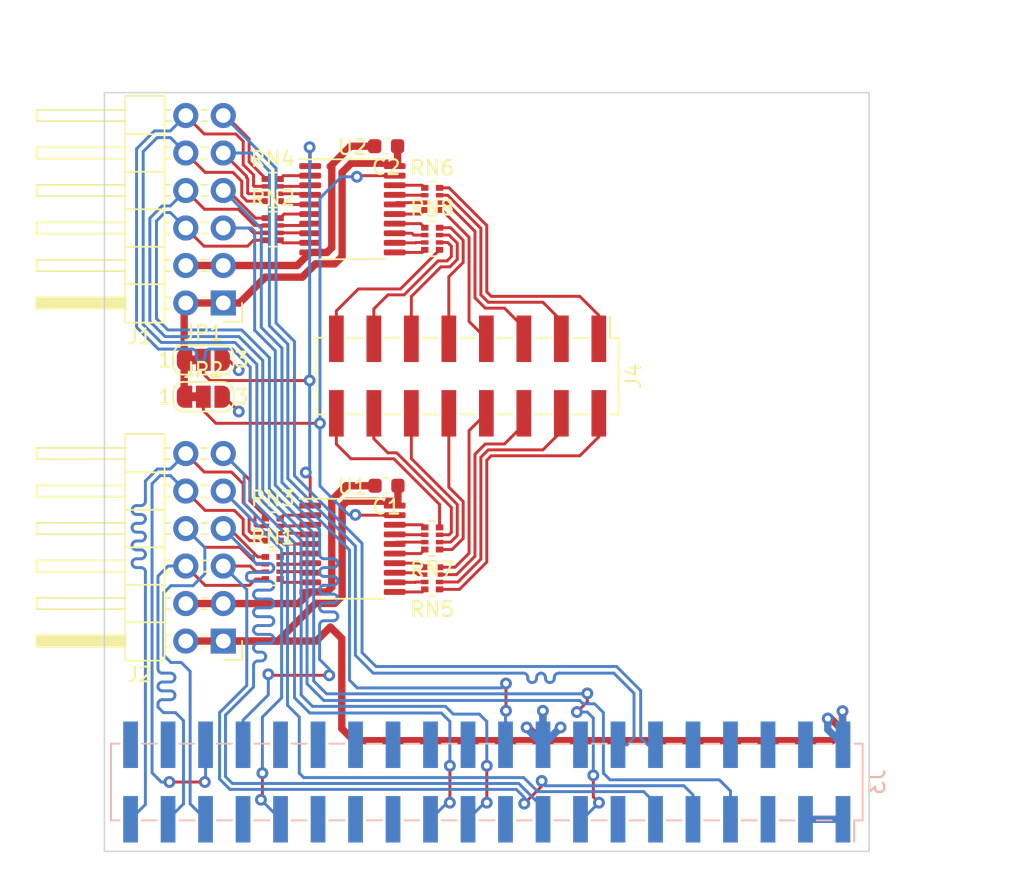
<source format=kicad_pcb>
(kicad_pcb (version 20211014) (generator pcbnew)
  (layers (0 "F.Cu" signal) (31 "B.Cu" signal) (34 "B.Paste" user) (35 "F.Paste" user) (36 "B.SilkS" user "B.Silkscreen") (37 "F.SilkS" user "F.Silkscreen") (38 "B.Mask" user) (39 "F.Mask" user) (44 "Edge.Cuts" user))
  (net 0 "")
  (net 1 "GND")
  (net 2 "+3V3")
  (net 3 "+5V")
  (net 4 "/RPIO_2")
  (net 5 "/RPIO_3")
  (net 6 "/RPIO_4")
  (net 7 "/RPIO_7")
  (net 8 "/RPIO_0")
  (net 9 "/RPIO_1")
  (net 10 "/RPIO_5")
  (net 11 "/RPIO_6")
  (net 12 "/IO_L15_T2_DQS_13-")
  (net 13 "/IO_L15_T2_DQS_13+")
  (net 14 "/IO_L11_T1_SRCC_13-")
  (net 15 "/IO_L18_T2_34-")
  (net 16 "/IO_L11_T1_SRCC_13+")
  (net 17 "/IO_L18_T2_34+")
  (net 18 "/IO_L14_T2_SRCC_13+")
  (net 19 "/IO_L17_T2_34+")
  (net 20 "/IO_L14_T2_SRCC_13-")
  (net 21 "/IO_L17_T2_34-")
  (net 22 "/IO_L12_T1_MRCC_34+")
  (net 23 "/IO_L13_T2_MRCC_13+")
  (net 24 "/IO_L12_T1_MRCC_34-")
  (net 25 "/IO_L13_T2_MRCC_13-")
  (net 26 "/IO_L17_T2_13-")
  (net 27 "/IO_L21_T3_DQS_13-")
  (net 28 "/IO_L16_T2_13+")
  (net 29 "/IO_L16_T2_13-")
  (net 30 "/IO_L15_T2_DQS_AD12_35-")
  (net 31 "/IO_L15_T2_DQS_AD12_35+")
  (net 32 "/XCVR_DIR")
  (net 33 "/XCVR_EN")
  (net 34 "Net-(U1-Pad9)")
  (net 35 "Net-(U1-Pad8)")
  (net 36 "Net-(U1-Pad7)")
  (net 37 "Net-(U1-Pad6)")
  (net 38 "Net-(U2-Pad9)")
  (net 39 "Net-(U2-Pad8)")
  (net 40 "Net-(U2-Pad7)")
  (net 41 "Net-(U2-Pad6)")
  (net 42 "Net-(U1-Pad5)")
  (net 43 "Net-(U1-Pad4)")
  (net 44 "Net-(U1-Pad3)")
  (net 45 "Net-(U1-Pad2)")
  (net 46 "Net-(U2-Pad5)")
  (net 47 "Net-(U2-Pad4)")
  (net 48 "Net-(U2-Pad3)")
  (net 49 "Net-(U2-Pad2)")
  (net 50 "Net-(J4-Pad1)")
  (net 51 "Net-(J4-Pad2)")
  (net 52 "Net-(J4-Pad3)")
  (net 53 "Net-(J4-Pad4)")
  (net 54 "Net-(J4-Pad5)")
  (net 55 "Net-(J4-Pad6)")
  (net 56 "Net-(J4-Pad7)")
  (net 57 "Net-(J4-Pad8)")
  (net 58 "Net-(J4-Pad9)")
  (net 59 "Net-(J4-Pad10)")
  (net 60 "Net-(J4-Pad11)")
  (net 61 "Net-(J4-Pad12)")
  (net 62 "Net-(J4-Pad13)")
  (net 63 "Net-(J4-Pad14)")
  (net 64 "Net-(J4-Pad15)")
  (net 65 "Net-(J4-Pad16)")
  (net 66 "Net-(U1-Pad14)")
  (net 67 "Net-(U1-Pad13)")
  (net 68 "Net-(U1-Pad12)")
  (net 69 "Net-(U1-Pad11)")
  (net 70 "Net-(U2-Pad18)")
  (net 71 "Net-(U2-Pad17)")
  (net 72 "Net-(U2-Pad16)")
  (net 73 "Net-(U2-Pad15)")
  (net 74 "Net-(U1-Pad18)")
  (net 75 "Net-(U1-Pad17)")
  (net 76 "Net-(U1-Pad16)")
  (net 77 "Net-(U1-Pad15)")
  (net 78 "Net-(U2-Pad14)")
  (net 79 "Net-(U2-Pad13)")
  (net 80 "Net-(U2-Pad12)")
  (net 81 "Net-(U2-Pad11)")
  (footprint "Capacitor_SMD:C_0603_1608Metric" (layer "F.Cu") (at 169.38 79.03 180)
    (fp_text reference "C2")
    (fp_text value "100nF")
  )
  (footprint "Jumper:SolderJumper-3_P1.3mm_Bridged12_RoundedPad1.0x1.5mm_NumberLabels" (layer "F.Cu") (at 157 96)
    (fp_text reference "JP2")
    (fp_text value "SET EN")
  )
  (footprint "Package_SO:TSSOP-20_4.4x6.5mm_P0.65mm" (layer "F.Cu") (at 167.1 83.3)
    (fp_text reference "U2")
    (fp_text value "74HC245")
  )
  (footprint "Connector_PinHeader_2.54mm:PinHeader_2x06_P2.54mm_Horizontal" (layer "F.Cu") (at 158.35 112.55 180)
    (fp_text reference "J2")
    (fp_text value "PMOD_L")
  )
  (footprint "Resistor_SMD:R_Array_Convex_4x0402" (layer "F.Cu") (at 161.7 107.6)
    (fp_text reference "RN1")
    (fp_text value "R_Pack04")
  )
  (footprint "Package_SO:TSSOP-20_4.4x6.5mm_P0.65mm" (layer "F.Cu") (at 167.1 106.3)
    (fp_text reference "U1")
    (fp_text value "74HC245")
  )
  (footprint "Resistor_SMD:R_Array_Convex_4x0402" (layer "F.Cu") (at 161.7 84.65)
    (fp_text reference "RN2")
    (fp_text value "R_Pack04")
  )
  (footprint "Connector_PinHeader_2.54mm:PinHeader_2x06_P2.54mm_Horizontal" (layer "F.Cu") (at 158.35 89.65 180)
    (fp_text reference "J1")
    (fp_text value "PMOD_U")
  )
  (footprint "Connector_PinHeader_2.54mm:PinHeader_2x08_P2.54mm_Vertical_SMD" (layer "F.Cu") (at 174.9 94.6 -90)
    (fp_text reference "J4")
    (fp_text value "HUB75")
  )
  (footprint "Resistor_SMD:R_Array_Convex_4x0402" (layer "F.Cu") (at 172.5 85.3)
    (fp_text reference "RN8")
    (fp_text value "R_Pack04")
  )
  (footprint "Resistor_SMD:R_Array_Convex_4x0402" (layer "F.Cu") (at 161.7 82)
    (fp_text reference "RN4")
    (fp_text value "R_Pack04")
  )
  (footprint "Resistor_SMD:R_Array_Convex_4x0402" (layer "F.Cu") (at 172.5 82.6)
    (fp_text reference "RN6")
    (fp_text value "R_Pack04")
  )
  (footprint "Resistor_SMD:R_Array_Convex_4x0402" (layer "F.Cu") (at 172.5 108.3 180)
    (fp_text reference "RN5")
    (fp_text value "R_Pack04")
  )
  (footprint "Jumper:SolderJumper-3_P1.3mm_Bridged12_RoundedPad1.0x1.5mm_NumberLabels" (layer "F.Cu") (at 157 93.5)
    (fp_text reference "JP1")
    (fp_text value "SET DIR")
  )
  (footprint "Resistor_SMD:R_Array_Convex_4x0402" (layer "F.Cu") (at 161.7 105)
    (fp_text reference "RN3")
    (fp_text value "R_Pack04")
  )
  (footprint "Resistor_SMD:R_Array_Convex_4x0402" (layer "F.Cu") (at 172.5 105.6 180)
    (fp_text reference "RN7")
    (fp_text value "R_Pack04")
  )
  (footprint "Capacitor_SMD:C_0603_1608Metric" (layer "F.Cu") (at 169.405 102.03 180)
    (fp_text reference "C1")
    (fp_text value "100nF")
  )
  (footprint "Connector_PinHeader_2.54mm:PinHeader_2x20_P2.54mm_Vertical_SMD" (layer "B.Cu") (at 176.2 122.1 90)
    (fp_text reference "J3")
    (fp_text value "RPI_EXT_SMD")
  )
  (gr_line (start 202.1 126.8) (end 202.1 75.4) (layer "Edge.Cuts") (width 0.1))
  (gr_line (start 150.3 75.4) (end 150.3 126.8) (layer "Edge.Cuts") (width 0.1))
  (gr_line (start 150.3 126.8) (end 202.1 126.8) (layer "Edge.Cuts") (width 0.1))
  (gr_line (start 202.1 75.4) (end 150.3 75.4) (layer "Edge.Cuts") (width 0.1))
  (segment (start 164.2375 86.225) (end 165.375 86.225) (width 0.5) (layer "F.Cu") (net 1))
  (segment (start 158.692556 93.5) (end 159.396278 94.203722) (width 0.2) (layer "F.Cu") (net 1))
  (segment (start 166.97 79.03) (end 168.605 79.03) (width 0.5) (layer "F.Cu") (net 1))
  (segment (start 155.81 110.01) (end 158.35 110.01) (width 0.2) (layer "F.Cu") (net 1))
  (segment (start 165.375 86.225) (end 165.7 85.9) (width 0.5) (layer "F.Cu") (net 1))
  (segment (start 164.2375 109.225) (end 165.375 109.225) (width 0.5) (layer "F.Cu") (net 1))
  (segment (start 166.67 102.03) (end 168.63 102.03) (width 0.5) (layer "F.Cu") (net 1))
  (segment (start 165.7 85.9) (end 165.7 80.5) (width 0.5) (layer "F.Cu") (net 1))
  (segment (start 165.375 109.225) (end 165.7 108.9) (width 0.5) (layer "F.Cu") (net 1))
  (segment (start 165.7 108.9) (end 165.7 103) (width 0.5) (layer "F.Cu") (net 1))
  (segment (start 164.2375 109.225) (end 163.4525 110.01) (width 0.5) (layer "F.Cu") (net 1))
  (segment (start 163.4525 110.01) (end 155.81 110.01) (width 0.5) (layer "F.Cu") (net 1))
  (segment (start 158.3 96) (end 158.4 96) (width 0.2) (layer "F.Cu") (net 1))
  (segment (start 155.81 87.11) (end 163.3525 87.11) (width 0.5) (layer "F.Cu") (net 1))
  (segment (start 165.7 80.5) (end 165.6 80.4) (width 0.5) (layer "F.Cu") (net 1))
  (segment (start 158.3 93.5) (end 158.692556 93.5) (width 0.2) (layer "F.Cu") (net 1))
  (segment (start 165.7 103) (end 166.67 102.03) (width 0.5) (layer "F.Cu") (net 1))
  (segment (start 165.6 80.4) (end 166.97 79.03) (width 0.5) (layer "F.Cu") (net 1))
  (segment (start 163.3525 87.11) (end 164.2375 86.225) (width 0.5) (layer "F.Cu") (net 1))
  (segment (start 158.4 96) (end 159.4 97) (width 0.2) (layer "F.Cu") (net 1))
  (via (at 159.4 97) (size 0.8) (drill 0.4) (layers "F.Cu" "B.Cu") (net 1))
  (via (at 159.396278 94.203722) (size 0.8) (drill 0.4) (layers "F.Cu" "B.Cu") (net 1))
  (segment (start 167.0175 80.1825) (end 169.1175 80.1825) (width 0.5) (layer "F.Cu") (net 2))
  (segment (start 170.18 103.1575) (end 169.9625 103.375) (width 0.2) (layer "F.Cu") (net 2))
  (segment (start 165.9 87) (end 166.4 86.5) (width 0.5) (layer "F.Cu") (net 2))
  (segment (start 164.6 87) (end 165.9 87) (width 0.5) (layer "F.Cu") (net 2))
  (segment (start 166.4 80.8) (end 167.0175 80.1825) (width 0.5) (layer "F.Cu") (net 2))
  (segment (start 179.9 119.3) (end 179 118.4) (width 0.5) (layer "F.Cu") (net 2))
  (segment (start 181.2 118.4) (end 180.3 119.3) (width 0.5) (layer "F.Cu") (net 2))
  (segment (start 179.9 119.3) (end 180.3 119.3) (width 0.5) (layer "F.Cu") (net 2))
  (segment (start 159.45 89.65) (end 161.2 87.9) (width 0.5) (layer "F.Cu") (net 2))
  (segment (start 180.3 119.3) (end 199.6 119.3) (width 0.5) (layer "F.Cu") (net 2))
  (segment (start 155.7 96) (end 155.7 93.5) (width 0.5) (layer "F.Cu") (net 2))
  (segment (start 155.7 93.5) (end 155.7 89.76) (width 0.5) (layer "F.Cu") (net 2))
  (segment (start 158.35 89.65) (end 159.45 89.65) (width 0.5) (layer "F.Cu") (net 2))
  (segment (start 166.4 86.5) (end 166.4 80.8) (width 0.5) (layer "F.Cu") (net 2))
  (segment (start 165.6 111.6) (end 166.378768 112.378768) (width 0.5) (layer "F.Cu") (net 2))
  (segment (start 200.3 118.6) (end 199.5 117.8) (width 0.5) (layer "F.Cu") (net 2))
  (segment (start 180 117.275) (end 180 119.2) (width 0.5) (layer "F.Cu") (net 2))
  (segment (start 170.18 103.08) (end 170.18 103.1575) (width 0.2) (layer "F.Cu") (net 2))
  (segment (start 180 119.2) (end 179.9 119.3) (width 0.5) (layer "F.Cu") (net 2))
  (segment (start 166.4 103.4) (end 166.72 103.08) (width 0.5) (layer "F.Cu") (net 2))
  (segment (start 164.6 110) (end 165.9 110) (width 0.5) (layer "F.Cu") (net 2))
  (segment (start 162.05 112.55) (end 164.6 110) (width 0.5) (layer "F.Cu") (net 2))
  (segment (start 166.378768 118.478768) (end 167.2 119.3) (width 0.5) (layer "F.Cu") (net 2))
  (segment (start 164.65 112.55) (end 165.6 111.6) (width 0.5) (layer "F.Cu") (net 2))
  (segment (start 158.35 112.55) (end 162.05 112.55) (width 0.5) (layer "F.Cu") (net 2))
  (segment (start 155.81 112.55) (end 164.65 112.55) (width 0.5) (layer "F.Cu") (net 2))
  (segment (start 155.81 89.65) (end 158.35 89.65) (width 0.5) (layer "F.Cu") (net 2))
  (segment (start 170.155 79.03) (end 170.155 80.1825) (width 0.5) (layer "F.Cu") (net 2))
  (segment (start 155.7 89.76) (end 155.81 89.65) (width 0.5) (layer "F.Cu") (net 2))
  (segment (start 199.5 117.8) (end 199.3 117.8) (width 0.5) (layer "F.Cu") (net 2))
  (segment (start 200.3 118.6) (end 200.3 117.3) (width 0.5) (layer "F.Cu") (net 2))
  (segment (start 166.72 103.08) (end 170.18 103.08) (width 0.5) (layer "F.Cu") (net 2))
  (segment (start 179 118.4) (end 178.9 118.4) (width 0.5) (layer "F.Cu") (net 2))
  (segment (start 161.2 87.9) (end 163.7 87.9) (width 0.5) (layer "F.Cu") (net 2))
  (segment (start 166.378768 112.378768) (end 166.378768 118.478768) (width 0.5) (layer "F.Cu") (net 2))
  (segment (start 167.2 119.3) (end 179.9 119.3) (width 0.5) (layer "F.Cu") (net 2))
  (segment (start 169.1175 80.1825) (end 170.155 80.1825) (width 0.5) (layer "F.Cu") (net 2))
  (segment (start 165.9 110) (end 166.4 109.5) (width 0.5) (layer "F.Cu") (net 2))
  (segment (start 170.18 103.08) (end 170.18 102.03) (width 0.5) (layer "F.Cu") (net 2))
  (segment (start 170.155 80.1825) (end 169.9625 80.375) (width 0.2) (layer "F.Cu") (net 2))
  (segment (start 166.4 109.5) (end 166.4 103.4) (width 0.5) (layer "F.Cu") (net 2))
  (segment (start 199.6 119.3) (end 200.3 118.6) (width 0.5) (layer "F.Cu") (net 2))
  (segment (start 163.7 87.9) (end 164.6 87) (width 0.5) (layer "F.Cu") (net 2))
  (via (at 200.3 117.3) (size 0.8) (drill 0.4) (layers "F.Cu" "B.Cu") (net 2))
  (via (at 180 117.275) (size 0.8) (drill 0.4) (layers "F.Cu" "B.Cu") (net 2))
  (via (at 178.9 118.4) (size 0.8) (drill 0.4) (layers "F.Cu" "B.Cu") (net 2))
  (via (at 181.2 118.4) (size 0.8) (drill 0.4) (layers "F.Cu" "B.Cu") (net 2))
  (via (at 199.3 117.8) (size 0.8) (drill 0.4) (layers "F.Cu" "B.Cu") (net 2))
  (segment (start 180.025 119.575) (end 181.2 118.4) (width 0.5) (layer "B.Cu") (net 2))
  (segment (start 200.3 119.545) (end 200.33 119.575) (width 0.5) (layer "B.Cu") (net 2))
  (segment (start 200.3 117.3) (end 200.3 119.545) (width 0.5) (layer "B.Cu") (net 2))
  (segment (start 199.3 117.8) (end 199.3 118.545) (width 0.5) (layer "B.Cu") (net 2))
  (segment (start 180.01 119.575) (end 180.025 119.575) (width 0.5) (layer "B.Cu") (net 2))
  (segment (start 180.01 117.285) (end 180 117.275) (width 0.5) (layer "B.Cu") (net 2))
  (segment (start 178.9 118.4) (end 178.9 118.465) (width 0.5) (layer "B.Cu") (net 2))
  (segment (start 180.01 119.575) (end 180.01 117.285) (width 0.5) (layer "B.Cu") (net 2))
  (segment (start 199.3 118.545) (end 200.33 119.575) (width 0.5) (layer "B.Cu") (net 2))
  (segment (start 178.9 118.465) (end 180.01 119.575) (width 0.5) (layer "B.Cu") (net 2))
  (segment (start 197.79 124.625) (end 200.33 124.625) (width 0.5) (layer "B.Cu") (net 3))
  (segment (start 160.4 84.9) (end 160.07 84.57) (width 0.2) (layer "F.Cu") (net 12))
  (segment (start 165.528768 114.871232) (end 161.471232 114.871232) (width 0.2) (layer "F.Cu") (net 12))
  (segment (start 161.2 84.9) (end 160.4 84.9) (width 0.2) (layer "F.Cu") (net 12))
  (segment (start 161.471232 114.871232) (end 161.4 114.8) (width 0.2) (layer "F.Cu") (net 12))
  (segment (start 158.35 84.57) (end 160.07 84.57) (width 0.2) (layer "F.Cu") (net 12))
  (via (at 165.528768 114.871232) (size 0.8) (drill 0.4) (layers "F.Cu" "B.Cu") (net 12))
  (via (at 161.4 114.8) (size 0.8) (drill 0.4) (layers "F.Cu" "B.Cu") (net 12))
  (segment (start 159.69 117.91) (end 161.4 116.2) (width 0.2) (layer "B.Cu") (net 12))
  (segment (start 165.804427 111.174) (end 165.174 111.174) (width 0.2) (layer "B.Cu") (net 12))
  (segment (start 164.874 113.792199) (end 165.528768 114.446967) (width 0.2) (layer "B.Cu") (net 12))
  (segment (start 164.874 111.524) (end 164.874 113.792199) (width 0.2) (layer "B.Cu") (net 12))
  (segment (start 165.174 110.574) (end 165.804427 110.574) (width 0.2) (layer "B.Cu") (net 12))
  (segment (start 158.35 84.57) (end 160.253603 84.57) (width 0.2) (layer "B.Cu") (net 12))
  (segment (start 164.874 111.474) (end 164.874 111.524) (width 0.2) (layer "B.Cu") (net 12))
  (segment (start 165.804427 107.574) (end 165.174 107.574) (width 0.2) (layer "B.Cu") (net 12))
  (segment (start 165.174 108.174) (end 165.804427 108.174) (width 0.2) (layer "B.Cu") (net 12))
  (segment (start 159.69 119.575) (end 159.69 117.91) (width 0.2) (layer "B.Cu") (net 12))
  (segment (start 165.528768 114.446967) (end 165.528768 114.871232) (width 0.2) (layer "B.Cu") (net 12))
  (segment (start 165.804427 108.774) (end 165.174 108.774) (width 0.2) (layer "B.Cu") (net 12))
  (segment (start 165.804427 109.974) (end 165.174 109.974) (width 0.2) (layer "B.Cu") (net 12))
  (segment (start 160.253603 84.57) (end 160.475 84.791397) (width 0.2) (layer "B.Cu") (net 12))
  (segment (start 160.475 84.791397) (end 160.475 91.4932) (width 0.2) (layer "B.Cu") (net 12))
  (segment (start 161.874 101.9922) (end 164.874 104.9922) (width 0.2) (layer "B.Cu") (net 12))
  (segment (start 165.174 106.974) (end 165.804427 106.974) (width 0.2) (layer "B.Cu") (net 12))
  (segment (start 164.874 104.9922) (end 164.874 106.674) (width 0.2) (layer "B.Cu") (net 12))
  (segment (start 161.874 92.8922) (end 161.874 101.9922) (width 0.2) (layer "B.Cu") (net 12))
  (segment (start 160.475 91.4932) (end 161.874 92.8922) (width 0.2) (layer "B.Cu") (net 12))
  (segment (start 165.174 109.374) (end 165.804427 109.374) (width 0.2) (layer "B.Cu") (net 12))
  (segment (start 161.4 116.2) (end 161.4 114.8) (width 0.2) (layer "B.Cu") (net 12))
  (arc (start 166.104427 109.674) (mid 166.016559 109.886132) (end 165.804427 109.974) (width 0.2) (layer "B.Cu") (net 12))
  (arc (start 164.874 109.074) (mid 164.961868 109.286132) (end 165.174 109.374) (width 0.2) (layer "B.Cu") (net 12))
  (arc (start 165.174 109.974) (mid 164.961868 110.061868) (end 164.874 110.274) (width 0.2) (layer "B.Cu") (net 12))
  (arc (start 164.874 106.674) (mid 164.961868 106.886132) (end 165.174 106.974) (width 0.2) (layer "B.Cu") (net 12))
  (arc (start 166.104427 108.474) (mid 166.016559 108.686132) (end 165.804427 108.774) (width 0.2) (layer "B.Cu") (net 12))
  (arc (start 166.104427 110.874) (mid 166.016559 111.086132) (end 165.804427 111.174) (width 0.2) (layer "B.Cu") (net 12))
  (arc (start 164.874 107.874) (mid 164.961868 108.086132) (end 165.174 108.174) (width 0.2) (layer "B.Cu") (net 12))
  (arc (start 165.804427 108.174) (mid 166.016559 108.261868) (end 166.104427 108.474) (width 0.2) (layer "B.Cu") (net 12))
  (arc (start 164.874 110.274) (mid 164.961868 110.486132) (end 165.174 110.574) (width 0.2) (layer "B.Cu") (net 12))
  (arc (start 165.174 108.774) (mid 164.961868 108.861868) (end 164.874 109.074) (width 0.2) (layer "B.Cu") (net 12))
  (arc (start 166.104427 107.274) (mid 166.016559 107.486132) (end 165.804427 107.574) (width 0.2) (layer "B.Cu") (net 12))
  (arc (start 165.804427 110.574) (mid 166.016559 110.661868) (end 166.104427 110.874) (width 0.2) (layer "B.Cu") (net 12))
  (arc (start 165.174 107.574) (mid 164.961868 107.661868) (end 164.874 107.874) (width 0.2) (layer "B.Cu") (net 12))
  (arc (start 165.174 111.174) (mid 164.961868 111.261868) (end 164.874 111.474) (width 0.2) (layer "B.Cu") (net 12))
  (arc (start 165.804427 109.374) (mid 166.016559 109.461868) (end 166.104427 109.674) (width 0.2) (layer "B.Cu") (net 12))
  (arc (start 165.804427 106.974) (mid 166.016559 107.061868) (end 166.104427 107.274) (width 0.2) (layer "B.Cu") (net 12))
  (segment (start 158.35 82.03) (end 158.664314 82.03) (width 0.2) (layer "F.Cu") (net 13))
  (segment (start 158.664314 82.03) (end 160.534314 83.9) (width 0.2) (layer "F.Cu") (net 13))
  (segment (start 160.534314 83.9) (end 161.2 83.9) (width 0.2) (layer "F.Cu") (net 13))
  (segment (start 177.5 115.426) (end 177.5 117.275) (width 0.2) (layer "F.Cu") (net 13))
  (via (at 177.5 117.275) (size 0.8) (drill 0.4) (layers "F.Cu" "B.Cu") (net 13))
  (via (at 177.5 115.426) (size 0.8) (drill 0.4) (layers "F.Cu" "B.Cu") (net 13))
  (segment (start 160.925 91.3068) (end 162.324 92.7058) (width 0.2) (layer "B.Cu") (net 13))
  (segment (start 166.9 115.2) (end 167.4255 115.7255) (width 0.2) (layer "B.Cu") (net 13))
  (segment (start 162.324 92.7058) (end 162.324 101.8058) (width 0.2) (layer "B.Cu") (net 13))
  (segment (start 162.324 101.8058) (end 166.9 106.3818) (width 0.2) (layer "B.Cu") (net 13))
  (segment (start 158.35 82.03) (end 160.925 84.605) (width 0.2) (layer "B.Cu") (net 13))
  (segment (start 177.2005 115.7255) (end 177.5 115.426) (width 0.2) (layer "B.Cu") (net 13))
  (segment (start 177.5 117.275) (end 177.47 117.305) (width 0.2) (layer "B.Cu") (net 13))
  (segment (start 177.47 117.305) (end 177.47 119.575) (width 0.2) (layer "B.Cu") (net 13))
  (segment (start 167.4255 115.7255) (end 177.2005 115.7255) (width 0.2) (layer "B.Cu") (net 13))
  (segment (start 166.9 106.3818) (end 166.9 115.2) (width 0.2) (layer "B.Cu") (net 13))
  (segment (start 160.925 84.605) (end 160.925 91.3068) (width 0.2) (layer "B.Cu") (net 13))
  (segment (start 160 82.2) (end 160.05 82.25) (width 0.2) (layer "F.Cu") (net 14))
  (segment (start 159.925685 81.065685) (end 159.925685 81.159999) (width 0.2) (layer "F.Cu") (net 14))
  (segment (start 158.35 79.49) (end 159.925685 81.065685) (width 0.2) (layer "F.Cu") (net 14))
  (segment (start 160 81.234315) (end 160 82.2) (width 0.2) (layer "F.Cu") (net 14))
  (segment (start 159.925685 81.159999) (end 160 81.234315) (width 0.2) (layer "F.Cu") (net 14))
  (segment (start 160.05 82.25) (end 161.2 82.25) (width 0.2) (layer "F.Cu") (net 14))
  (segment (start 180.775 115.065347) (end 180.775 115.025) (width 0.2) (layer "B.Cu") (net 14))
  (segment (start 186.175 116.0932) (end 186.175 119.1) (width 0.2) (layer "B.Cu") (net 14))
  (segment (start 178.975 115.025) (end 178.975 115.065347) (width 0.2) (layer "B.Cu") (net 14))
  (segment (start 179.575 115.065347) (end 179.575 115.025) (width 0.2) (layer "B.Cu") (net 14))
  (segment (start 167.2995 106.1177) (end 167.2995 113.5177) (width 0.2) (layer "B.Cu") (net 14))
  (segment (start 186.175 119.1) (end 185.7 119.575) (width 0.2) (layer "B.Cu") (net 14))
  (segment (start 160.253603 79.49) (end 161.475 80.711397) (width 0.2) (layer "B.Cu") (net 14))
  (segment (start 167.2995 113.5177) (end 168.5068 114.725) (width 0.2) (layer "B.Cu") (net 14))
  (segment (start 181.125 114.725) (end 184.8068 114.725) (width 0.2) (layer "B.Cu") (net 14))
  (segment (start 162.7235 101.5417) (end 167.2995 106.1177) (width 0.2) (layer "B.Cu") (net 14))
  (segment (start 161.475 80.711397) (end 161.475 91.1932) (width 0.2) (layer "B.Cu") (net 14))
  (segment (start 158.35 79.49) (end 160.253603 79.49) (width 0.2) (layer "B.Cu") (net 14))
  (segment (start 185.7 119.575) (end 185.09 119.575) (width 0.2) (layer "B.Cu") (net 14))
  (segment (start 162.7235 92.4417) (end 162.7235 101.5417) (width 0.2) (layer "B.Cu") (net 14))
  (segment (start 161.475 91.1932) (end 162.7235 92.4417) (width 0.2) (layer "B.Cu") (net 14))
  (segment (start 181.075 114.725) (end 181.125 114.725) (width 0.2) (layer "B.Cu") (net 14))
  (segment (start 184.8068 114.725) (end 186.175 116.0932) (width 0.2) (layer "B.Cu") (net 14))
  (segment (start 168.5068 114.725) (end 178.675 114.725) (width 0.2) (layer "B.Cu") (net 14))
  (segment (start 180.175 115.025) (end 180.175 115.065347) (width 0.2) (layer "B.Cu") (net 14))
  (arc (start 180.175 115.065347) (mid 180.262868 115.277479) (end 180.475 115.365347) (width 0.2) (layer "B.Cu") (net 14))
  (arc (start 178.675 114.725) (mid 178.887132 114.812868) (end 178.975 115.025) (width 0.2) (layer "B.Cu") (net 14))
  (arc (start 180.775 115.025) (mid 180.862868 114.812868) (end 181.075 114.725) (width 0.2) (layer "B.Cu") (net 14))
  (arc (start 180.475 115.365347) (mid 180.687132 115.277479) (end 180.775 115.065347) (width 0.2) (layer "B.Cu") (net 14))
  (arc (start 179.275 115.365347) (mid 179.487132 115.277479) (end 179.575 115.065347) (width 0.2) (layer "B.Cu") (net 14))
  (arc (start 179.575 115.025) (mid 179.662868 114.812868) (end 179.875 114.725) (width 0.2) (layer "B.Cu") (net 14))
  (arc (start 178.975 115.065347) (mid 179.062868 115.277479) (end 179.275 115.365347) (width 0.2) (layer "B.Cu") (net 14))
  (arc (start 179.875 114.725) (mid 180.087132 114.812868) (end 180.175 115.025) (width 0.2) (layer "B.Cu") (net 14))
  (segment (start 183.416882 123.116882) (end 183.8 123.5) (width 0.2) (layer "F.Cu") (net 15))
  (segment (start 155.81 84.57) (end 157.04 85.8) (width 0.2) (layer "F.Cu") (net 15))
  (segment (start 183.009994 116.096743) (end 183.009994 116.656766) (width 0.2) (layer "F.Cu") (net 15))
  (segment (start 160 85.8) (end 160.4 85.4) (width 0.2) (layer "F.Cu") (net 15))
  (segment (start 183.009994 116.656766) (end 182.305638 117.361122) (width 0.2) (layer "F.Cu") (net 15))
  (segment (start 183.416882 121.6505) (end 183.416882 123.116882) (width 0.2) (layer "F.Cu") (net 15))
  (segment (start 157.04 85.8) (end 160 85.8) (width 0.2) (layer "F.Cu") (net 15))
  (segment (start 160.4 85.4) (end 161.2 85.4) (width 0.2) (layer "F.Cu") (net 15))
  (via (at 183.009994 116.096743) (size 0.8) (drill 0.4) (layers "F.Cu" "B.Cu") (net 15))
  (via (at 183.416882 121.6505) (size 0.8) (drill 0.4) (layers "F.Cu" "B.Cu") (net 15))
  (via (at 182.305638 117.361122) (size 0.8) (drill 0.4) (layers "F.Cu" "B.Cu") (net 15))
  (via (at 183.8 123.5) (size 0.8) (drill 0.4) (layers "F.Cu" "B.Cu") (net 15))
  (segment (start 182.675 124.625) (end 183.8 123.5) (width 0.2) (layer "B.Cu") (net 15))
  (segment (start 161.4745 93.3563) (end 161.4745 102.2563) (width 0.2) (layer "B.Cu") (net 15))
  (segment (start 182.981237 116.1255) (end 183.009994 116.096743) (width 0.2) (layer "B.Cu") (net 15))
  (segment (start 153.825 90.7068) (end 154.5932 91.475) (width 0.2) (layer "B.Cu") (net 15))
  (segment (start 182.305638 117.361122) (end 183.011122 117.361122) (width 0.2) (layer "B.Cu") (net 15))
  (segment (start 164.4745 115.2563) (end 165.3437 116.1255) (width 0.2) (layer "B.Cu") (net 15))
  (segment (start 183.011122 117.361122) (end 183.35 117.7) (width 0.2) (layer "B.Cu") (net 15))
  (segment (start 159.5932 91.475) (end 161.4745 93.3563) (width 0.2) (layer "B.Cu") (net 15))
  (segment (start 164.4745 105.2563) (end 164.4745 115.2563) (width 0.2) (layer "B.Cu") (net 15))
  (segment (start 153.825 84.0932) (end 153.825 90.7068) (width 0.2) (layer "B.Cu") (net 15))
  (segment (start 183.35 117.7) (end 183.416882 117.766882) (width 0.2) (layer "B.Cu") (net 15))
  (segment (start 182.55 124.625) (end 182.675 124.625) (width 0.2) (layer "B.Cu") (net 15))
  (segment (start 182.5 116.1255) (end 182.981237 116.1255) (width 0.2) (layer "B.Cu") (net 15))
  (segment (start 154.765001 83.525001) (end 154.3932 83.525) (width 0.2) (layer "B.Cu") (net 15))
  (segment (start 154.5932 91.475) (end 159.5932 91.475) (width 0.2) (layer "B.Cu") (net 15))
  (segment (start 161.4745 102.2563) (end 164.4745 105.2563) (width 0.2) (layer "B.Cu") (net 15))
  (segment (start 155.81 84.57) (end 154.765001 83.525001) (width 0.2) (layer "B.Cu") (net 15))
  (segment (start 183.416882 117.766882) (end 183.416882 121.6505) (width 0.2) (layer "B.Cu") (net 15))
  (segment (start 154.3932 83.525) (end 153.825 84.0932) (width 0.2) (layer "B.Cu") (net 15))
  (segment (start 165.3437 116.1255) (end 182.5 116.1255) (width 0.2) (layer "B.Cu") (net 15))
  (segment (start 160.1 78.534315) (end 160.1 80.1) (width 0.2) (layer "F.Cu") (net 16))
  (segment (start 158.515685 76.95) (end 160.1 78.534315) (width 0.2) (layer "F.Cu") (net 16))
  (segment (start 158.35 76.95) (end 158.515685 76.95) (width 0.2) (layer "F.Cu") (net 16))
  (segment (start 161.2 81.2) (end 161.2 81.25) (width 0.2) (layer "F.Cu") (net 16))
  (segment (start 160.1 80.1) (end 161.2 81.2) (width 0.2) (layer "F.Cu") (net 16))
  (segment (start 163.1735 92.2553) (end 161.925 91.0068) (width 0.2) (layer "B.Cu") (net 16))
  (segment (start 163.1735 101.3553) (end 163.1735 92.2553) (width 0.2) (layer "B.Cu") (net 16))
  (segment (start 186.625 115.9068) (end 184.9932 114.275) (width 0.2) (layer "B.Cu") (net 16))
  (segment (start 167.7495 113.3313) (end 167.7495 105.9313) (width 0.2) (layer "B.Cu") (net 16))
  (segment (start 161.925 91.0068) (end 161.925 80.525) (width 0.2) (layer "B.Cu") (net 16))
  (segment (start 187.63 119.575) (end 187.1 119.575) (width 0.2) (layer "B.Cu") (net 16))
  (segment (start 161.925 80.525) (end 158.35 76.95) (width 0.2) (layer "B.Cu") (net 16))
  (segment (start 187.1 119.575) (end 186.625 119.1) (width 0.2) (layer "B.Cu") (net 16))
  (segment (start 184.9932 114.275) (end 168.6932 114.275) (width 0.2) (layer "B.Cu") (net 16))
  (segment (start 168.6932 114.275) (end 167.7495 113.3313) (width 0.2) (layer "B.Cu") (net 16))
  (segment (start 167.7495 105.9313) (end 163.1735 101.3553) (width 0.2) (layer "B.Cu") (net 16))
  (segment (start 186.625 119.1) (end 186.625 115.9068) (width 0.2) (layer "B.Cu") (net 16))
  (segment (start 155.81 82.03) (end 157.08 83.3) (width 0.2) (layer "F.Cu") (net 17))
  (segment (start 157.08 83.3) (end 159.368628 83.3) (width 0.2) (layer "F.Cu") (net 17))
  (segment (start 160.468628 84.4) (end 161.2 84.4) (width 0.2) (layer "F.Cu") (net 17))
  (segment (start 159.368628 83.3) (end 160.468628 84.4) (width 0.2) (layer "F.Cu") (net 17))
  (segment (start 182.498801 116.5755) (end 182.723301 116.8) (width 0.2) (layer "B.Cu") (net 17))
  (segment (start 165.1573 116.5755) (end 182.3245 116.5755) (width 0.2) (layer "B.Cu") (net 17))
  (segment (start 154.4068 91.925) (end 159.4068 91.925) (width 0.2) (layer "B.Cu") (net 17))
  (segment (start 182.723301 116.8) (end 183.5 116.8) (width 0.2) (layer "B.Cu") (net 17))
  (segment (start 153.375 83.9068) (end 153.375 90.8932) (width 0.2) (layer "B.Cu") (net 17))
  (segment (start 183.5 116.8) (end 184.1 117.4) (width 0.2) (layer "B.Cu") (net 17))
  (segment (start 154.765001 83.074999) (end 154.2068 83.075) (width 0.2) (layer "B.Cu") (net 17))
  (segment (start 153.375 90.8932) (end 154.4068 91.925) (width 0.2) (layer "B.Cu") (net 17))
  (segment (start 161.0245 102.4427) (end 164.0245 105.4427) (width 0.2) (layer "B.Cu") (net 17))
  (segment (start 164.0245 115.4427) (end 165.1573 116.5755) (width 0.2) (layer "B.Cu") (net 17))
  (segment (start 182.3245 116.5755) (end 182.498801 116.5755) (width 0.2) (layer "B.Cu") (net 17))
  (segment (start 164.0245 105.4427) (end 164.0245 115.4427) (width 0.2) (layer "B.Cu") (net 17))
  (segment (start 182.3245 116.5755) (end 182.5 116.5755) (width 0.2) (layer "B.Cu") (net 17))
  (segment (start 159.4068 91.925) (end 161.0245 93.5427) (width 0.2) (layer "B.Cu") (net 17))
  (segment (start 184.1 121.5) (end 184.55 121.95) (width 0.2) (layer "B.Cu") (net 17))
  (segment (start 192.71 122.71) (end 192.71 124.625) (width 0.2) (layer "B.Cu") (net 17))
  (segment (start 155.81 82.03) (end 154.765001 83.074999) (width 0.2) (layer "B.Cu") (net 17))
  (segment (start 154.2068 83.075) (end 153.375 83.9068) (width 0.2) (layer "B.Cu") (net 17))
  (segment (start 191.95 121.95) (end 192.71 122.71) (width 0.2) (layer "B.Cu") (net 17))
  (segment (start 184.1 117.4) (end 184.1 121.5) (width 0.2) (layer "B.Cu") (net 17))
  (segment (start 184.55 121.95) (end 191.95 121.95) (width 0.2) (layer "B.Cu") (net 17))
  (segment (start 161.0245 93.5427) (end 161.0245 102.4427) (width 0.2) (layer "B.Cu") (net 17))
  (segment (start 160.5 103.968628) (end 160.5 104.7) (width 0.2) (layer "F.Cu") (net 18))
  (segment (start 160.55 104.75) (end 161.2 104.75) (width 0.2) (layer "F.Cu") (net 18))
  (segment (start 157.06 101.1) (end 158.9 101.1) (width 0.2) (layer "F.Cu") (net 18))
  (segment (start 160.5 104.7) (end 160.55 104.75) (width 0.2) (layer "F.Cu") (net 18))
  (segment (start 159.7 101.9) (end 159.7 103.168628) (width 0.2) (layer "F.Cu") (net 18))
  (segment (start 158.9 101.1) (end 159.7 101.9) (width 0.2) (layer "F.Cu") (net 18))
  (segment (start 159.7 103.168628) (end 160.5 103.968628) (width 0.2) (layer "F.Cu") (net 18))
  (segment (start 155.81 99.85) (end 157.06 101.1) (width 0.2) (layer "F.Cu") (net 18))
  (segment (start 152.47276 103.375) (end 152.775 103.375) (width 0.2) (layer "B.Cu") (net 18))
  (segment (start 154.765001 100.894999) (end 155.81 99.85) (width 0.2) (layer "B.Cu") (net 18))
  (segment (start 152.775 106.375) (end 152.47276 106.375) (width 0.2) (layer "B.Cu") (net 18))
  (segment (start 152.775 105.175) (end 152.47276 105.175) (width 0.2) (layer "B.Cu") (net 18))
  (segment (start 153.075 123.62) (end 153.075 107.875) (width 0.2) (layer "B.Cu") (net 18))
  (segment (start 153.075 101.7068) (end 153.886801 100.894999) (width 0.2) (layer "B.Cu") (net 18))
  (segment (start 152.47276 104.575) (end 152.775 104.575) (width 0.2) (layer "B.Cu") (net 18))
  (segment (start 152.47276 105.775) (end 152.775 105.775) (width 0.2) (layer "B.Cu") (net 18))
  (segment (start 152.07 124.625) (end 153.075 123.62) (width 0.2) (layer "B.Cu") (net 18))
  (segment (start 153.886801 100.894999) (end 154.765001 100.894999) (width 0.2) (layer "B.Cu") (net 18))
  (segment (start 153.075 103.075) (end 153.075 103.025) (width 0.2) (layer "B.Cu") (net 18))
  (segment (start 152.775 107.575) (end 152.47276 107.575) (width 0.2) (layer "B.Cu") (net 18))
  (segment (start 153.075 103.025) (end 153.075 101.7068) (width 0.2) (layer "B.Cu") (net 18))
  (segment (start 152.775 103.975) (end 152.47276 103.975) (width 0.2) (layer "B.Cu") (net 18))
  (segment (start 152.47276 106.975) (end 152.775 106.975) (width 0.2) (layer "B.Cu") (net 18))
  (arc (start 152.17276 103.675) (mid 152.260628 103.462868) (end 152.47276 103.375) (width 0.2) (layer "B.Cu") (net 18))
  (arc (start 152.47276 106.375) (mid 152.260628 106.287132) (end 152.17276 106.075) (width 0.2) (layer "B.Cu") (net 18))
  (arc (start 152.47276 105.175) (mid 152.260628 105.087132) (end 152.17276 104.875) (width 0.2) (layer "B.Cu") (net 18))
  (arc (start 153.075 104.275) (mid 152.987132 104.062868) (end 152.775 103.975) (width 0.2) (layer "B.Cu") (net 18))
  (arc (start 152.47276 107.575) (mid 152.260628 107.487132) (end 152.17276 107.275) (width 0.2) (layer "B.Cu") (net 18))
  (arc (start 152.775 106.975) (mid 152.987132 106.887132) (end 153.075 106.675) (width 0.2) (layer "B.Cu") (net 18))
  (arc (start 152.17276 106.075) (mid 152.260628 105.862868) (end 152.47276 105.775) (width 0.2) (layer "B.Cu") (net 18))
  (arc (start 152.775 104.575) (mid 152.987132 104.487132) (end 153.075 104.275) (width 0.2) (layer "B.Cu") (net 18))
  (arc (start 153.075 107.875) (mid 152.987132 107.662868) (end 152.775 107.575) (width 0.2) (layer "B.Cu") (net 18))
  (arc (start 153.075 106.675) (mid 152.987132 106.462868) (end 152.775 106.375) (width 0.2) (layer "B.Cu") (net 18))
  (arc (start 152.775 105.775) (mid 152.987132 105.687132) (end 153.075 105.475) (width 0.2) (layer "B.Cu") (net 18))
  (arc (start 152.17276 104.875) (mid 152.260628 104.662868) (end 152.47276 104.575) (width 0.2) (layer "B.Cu") (net 18))
  (arc (start 152.17276 107.275) (mid 152.260628 107.062868) (end 152.47276 106.975) (width 0.2) (layer "B.Cu") (net 18))
  (arc (start 152.775 103.375) (mid 152.987132 103.287132) (end 153.075 103.075) (width 0.2) (layer "B.Cu") (net 18))
  (arc (start 152.47276 103.975) (mid 152.260628 103.887132) (end 152.17276 103.675) (width 0.2) (layer "B.Cu") (net 18))
  (arc (start 153.075 105.475) (mid 152.987132 105.262868) (end 152.775 105.175) (width 0.2) (layer "B.Cu") (net 18))
  (segment (start 161.1 104) (end 161.2 104.1) (width 0.2) (layer "F.Cu") (net 19))
  (segment (start 160.148529 103.051471) (end 161.097058 104) (width 0.2) (layer "F.Cu") (net 19))
  (segment (start 158.35 99.85) (end 160.148529 101.648529) (width 0.2) (layer "F.Cu") (net 19))
  (segment (start 160.148529 101.648529) (end 160.148529 103.051471) (width 0.2) (layer "F.Cu") (net 19))
  (segment (start 161.097058 104) (end 161.1 104) (width 0.2) (layer "F.Cu") (net 19))
  (segment (start 161.2 104.1) (end 161.2 104.25) (width 0.2) (layer "F.Cu") (net 19))
  (segment (start 158.35 99.85) (end 159.762843 101.262843) (width 0.2) (layer "B.Cu") (net 19))
  (segment (start 163.8 121.8) (end 178.7 121.8) (width 0.2) (layer "B.Cu") (net 19))
  (segment (start 178.7 121.8) (end 179.65 122.75) (width 0.2) (layer "B.Cu") (net 19))
  (segment (start 163.5 121.5) (end 163.8 121.8) (width 0.2) (layer "B.Cu") (net 19))
  (segment (start 159.762843 101.262843) (end 159.762843 103.237157) (width 0.2) (layer "B.Cu") (net 19))
  (segment (start 162.7 116.9) (end 163.5 117.7) (width 0.2) (layer "B.Cu") (net 19))
  (segment (start 186.83 122.75) (end 187.63 123.55) (width 0.2) (layer "B.Cu") (net 19))
  (segment (start 162.7 106.174314) (end 162.7 116.9) (width 0.2) (layer "B.Cu") (net 19))
  (segment (start 179.65 122.75) (end 186.83 122.75) (width 0.2) (layer "B.Cu") (net 19))
  (segment (start 159.762843 103.237157) (end 162.7 106.174314) (width 0.2) (layer "B.Cu") (net 19))
  (segment (start 187.63 123.55) (end 187.63 124.625) (width 0.2) (layer "B.Cu") (net 19))
  (segment (start 163.5 117.7) (end 163.5 121.5) (width 0.2) (layer "B.Cu") (net 19))
  (segment (start 157.1 122.1) (end 154.7 122.1) (width 0.2) (layer "F.Cu") (net 20))
  (segment (start 159.7 104.3) (end 159.1 103.7) (width 0.2) (layer "F.Cu") (net 20))
  (segment (start 161.2 105.75) (end 160.15 105.75) (width 0.2) (layer "F.Cu") (net 20))
  (segment (start 159.7 105.3) (end 159.7 104.3) (width 0.2) (layer "F.Cu") (net 20))
  (segment (start 159.1 103.7) (end 157.12 103.7) (width 0.2) (layer "F.Cu") (net 20))
  (segment (start 157.12 103.7) (end 155.81 102.39) (width 0.2) (layer "F.Cu") (net 20))
  (segment (start 160.15 105.75) (end 159.7 105.3) (width 0.2) (layer "F.Cu") (net 20))
  (via (at 154.7 122.1) (size 0.8) (drill 0.4) (layers "F.Cu" "B.Cu") (net 20))
  (via (at 157.1 122.1) (size 0.8) (drill 0.4) (layers "F.Cu" "B.Cu") (net 20))
  (segment (start 157.15 122.05) (end 157.1 122.1) (width 0.2) (layer "B.Cu") (net 20))
  (segment (start 154.765001 101.345001) (end 155.81 102.39) (width 0.2) (layer "B.Cu") (net 20))
  (segment (start 153.525 101.8932) (end 154.073199 101.345001) (width 0.2) (layer "B.Cu") (net 20))
  (segment (start 154.073199 101.345001) (end 154.765001 101.345001) (width 0.2) (layer "B.Cu") (net 20))
  (segment (start 154.7 122.1) (end 154.15 122.1) (width 0.2) (layer "B.Cu") (net 20))
  (segment (start 153.525 121.475) (end 153.525 101.8932) (width 0.2) (layer "B.Cu") (net 20))
  (segment (start 157.15 119.575) (end 157.15 122.05) (width 0.2) (layer "B.Cu") (net 20))
  (segment (start 154.15 122.1) (end 153.525 121.475) (width 0.2) (layer "B.Cu") (net 20))
  (segment (start 161.2 105.25) (end 160.25 105.25) (width 0.2) (layer "F.Cu") (net 21))
  (segment (start 160.25 105.25) (end 160.1 105.1) (width 0.2) (layer "F.Cu") (net 21))
  (segment (start 161 123.2) (end 160.9 123.3) (width 0.2) (layer "F.Cu") (net 21))
  (segment (start 158.35 102.39) (end 159.26 103.3) (width 0.2) (layer "F.Cu") (net 21))
  (segment (start 159.26 103.3) (end 159.265686 103.3) (width 0.2) (layer "F.Cu") (net 21))
  (segment (start 160.1 105.1) (end 160.1 104.134314) (width 0.2) (layer "F.Cu") (net 21))
  (segment (start 160.1 104.134314) (end 159.265686 103.3) (width 0.2) (layer "F.Cu") (net 21))
  (segment (start 161 121.5) (end 161 123.2) (width 0.2) (layer "F.Cu") (net 21))
  (via (at 160.9 123.3) (size 0.8) (drill 0.4) (layers "F.Cu" "B.Cu") (net 21))
  (via (at 161 121.5) (size 0.8) (drill 0.4) (layers "F.Cu" "B.Cu") (net 21))
  (segment (start 162.3 116.4) (end 161 117.7) (width 0.2) (layer "B.Cu") (net 21))
  (segment (start 158.35 102.39) (end 162.3 106.34) (width 0.2) (layer "B.Cu") (net 21))
  (segment (start 161 117.7) (end 161 121.5) (width 0.2) (layer "B.Cu") (net 21))
  (segment (start 162.3 106.34) (end 162.3 112.3) (width 0.2) (layer "B.Cu") (net 21))
  (segment (start 162.3 112.3) (end 162.3 116.4) (width 0.2) (layer "B.Cu") (net 21))
  (segment (start 160.905 123.3) (end 162.23 124.625) (width 0.2) (layer "B.Cu") (net 21))
  (segment (start 160.9 123.3) (end 160.905 123.3) (width 0.2) (layer "B.Cu") (net 21))
  (segment (start 155.81 104.93) (end 157.08 106.2) (width 0.2) (layer "F.Cu") (net 22))
  (segment (start 160.618628 107.35) (end 161.2 107.35) (width 0.2) (layer "F.Cu") (net 22))
  (segment (start 157.08 106.2) (end 159.468628 106.2) (width 0.2) (layer "F.Cu") (net 22))
  (segment (start 159.468628 106.2) (end 160.618628 107.35) (width 0.2) (layer "F.Cu") (net 22))
  (segment (start 154.325 113.525) (end 154.325 109.275) (width 0.2) (layer "B.Cu") (net 22))
  (segment (start 154.325 109.275) (end 154.8 108.8) (width 0.2) (layer "B.Cu") (net 22))
  (segment (start 155.5 114) (end 154.8 114) (width 0.2) (layer "B.Cu") (net 22))
  (segment (start 156.3 108.8) (end 157.1 108) (width 0.2) (layer "B.Cu") (net 22))
  (segment (start 154.8 114) (end 154.325 113.525) (width 0.2) (layer "B.Cu") (net 22))
  (segment (start 156.105 114.605) (end 155.5 114) (width 0.2) (layer "B.Cu") (net 22))
  (segment (start 154.8 108.8) (end 156.3 108.8) (width 0.2) (layer "B.Cu") (net 22))
  (segment (start 157.1 106.22) (end 155.81 104.93) (width 0.2) (layer "B.Cu") (net 22))
  (segment (start 156.105001 123.580001) (end 156.105 114.605) (width 0.2) (layer "B.Cu") (net 22))
  (segment (start 157.1 108) (end 157.1 106.22) (width 0.2) (layer "B.Cu") (net 22))
  (segment (start 157.15 124.625) (end 156.105001 123.580001) (width 0.2) (layer "B.Cu") (net 22))
  (segment (start 158.35 104.93) (end 158.764314 104.93) (width 0.2) (layer "F.Cu") (net 23))
  (segment (start 158.764314 104.93) (end 160.684314 106.85) (width 0.2) (layer "F.Cu") (net 23))
  (segment (start 160.684314 106.85) (end 161.2 106.85) (width 0.2) (layer "F.Cu") (net 23))
  (segment (start 158.965686 122.2) (end 178.365686 122.2) (width 0.2) (layer "B.Cu") (net 23))
  (segment (start 160.7 110.9) (end 161.473214 110.9) (width 0.2) (layer "B.Cu") (net 23))
  (segment (start 161.473214 110.3) (end 160.7 110.3) (width 0.2) (layer "B.Cu") (net 23))
  (segment (start 161.473214 112.7) (end 160.7 112.7) (width 0.2) (layer "B.Cu") (net 23))
  (segment (start 160.7 113.3) (end 160.92143 113.3) (width 0.2) (layer "B.Cu") (net 23))
  (segment (start 160.163393 108.5) (end 160.4 108.5) (width 0.2) (layer "B.Cu") (net 23))
  (segment (start 160.7 107.9) (end 160.163393 107.9) (width 0.2) (layer "B.Cu") (net 23))
  (segment (start 178.365686 122.2) (end 180.01 123.844314) (width 0.2) (layer "B.Cu") (net 23))
  (segment (start 160.7 109.7) (end 161.473214 109.7) (width 0.2) (layer "B.Cu") (net 23))
  (segment (start 158.5 117.565686) (end 158.5 121.734314) (width 0.2) (layer "B.Cu") (net 23))
  (segment (start 160.4 115.665686) (end 158.5 117.565686) (width 0.2) (layer "B.Cu") (net 23))
  (segment (start 161.473214 111.5) (end 160.7 111.5) (width 0.2) (layer "B.Cu") (net 23))
  (segment (start 160.7 112.1) (end 161.473214 112.1) (width 0.2) (layer "B.Cu") (net 23))
  (segment (start 160.4 108.5) (end 161.473214 108.5) (width 0.2) (layer "B.Cu") (net 23))
  (segment (start 160.92143 113.9) (end 160.7 113.9) (width 0.2) (layer "B.Cu") (net 23))
  (segment (start 158.35 104.93) (end 160.22 106.8) (width 0.2) (layer "B.Cu") (net 23))
  (segment (start 180.01 123.844314) (end 180.01 124.625) (width 0.2) (layer "B.Cu") (net 23))
  (segment (start 160.7 107.3) (end 161.473214 107.3) (width 0.2) (layer "B.Cu") (net 23))
  (segment (start 160.4 114.25) (end 160.4 115.665686) (width 0.2) (layer "B.Cu") (net 23))
  (segment (start 159.926786 108.136607) (end 159.926786 108.263393) (width 0.2) (layer "B.Cu") (net 23))
  (segment (start 160.4 114.2) (end 160.4 114.25) (width 0.2) (layer "B.Cu") (net 23))
  (segment (start 160.4 106.8) (end 160.4 107) (width 0.2) (layer "B.Cu") (net 23))
  (segment (start 158.5 121.734314) (end 158.965686 122.2) (width 0.2) (layer "B.Cu") (net 23))
  (segment (start 160.22 106.8) (end 160.4 106.8) (width 0.2) (layer "B.Cu") (net 23))
  (segment (start 161.473214 109.1) (end 160.7 109.1) (width 0.2) (layer "B.Cu") (net 23))
  (segment (start 161.473214 107.9) (end 160.7 107.9) (width 0.2) (layer "B.Cu") (net 23))
  (arc (start 160.7 112.7) (mid 160.487868 112.787868) (end 160.4 113) (width 0.2) (layer "B.Cu") (net 23))
  (arc (start 160.7 111.5) (mid 160.487868 111.587868) (end 160.4 111.8) (width 0.2) (layer "B.Cu") (net 23))
  (arc (start 161.773214 110) (mid 161.685346 110.212132) (end 161.473214 110.3) (width 0.2) (layer "B.Cu") (net 23))
  (arc (start 161.473214 107.3) (mid 161.685346 107.387868) (end 161.773214 107.6) (width 0.2) (layer "B.Cu") (net 23))
  (arc (start 160.4 109.4) (mid 160.487868 109.612132) (end 160.7 109.7) (width 0.2) (layer "B.Cu") (net 23))
  (arc (start 159.926786 108.263393) (mid 159.996087 108.430699) (end 160.163393 108.5) (width 0.2) (layer "B.Cu") (net 23))
  (arc (start 161.473214 110.9) (mid 161.685346 110.987868) (end 161.773214 111.2) (width 0.2) (layer "B.Cu") (net 23))
  (arc (start 160.7 113.9) (mid 160.487868 113.987868) (end 160.4 114.2) (width 0.2) (layer "B.Cu") (net 23))
  (arc (start 161.773214 111.2) (mid 161.685346 111.412132) (end 161.473214 111.5) (width 0.2) (layer "B.Cu") (net 23))
  (arc (start 161.473214 109.7) (mid 161.685346 109.787868) (end 161.773214 110) (width 0.2) (layer "B.Cu") (net 23))
  (arc (start 160.4 107) (mid 160.487868 107.212132) (end 160.7 107.3) (width 0.2) (layer "B.Cu") (net 23))
  (arc (start 160.7 110.3) (mid 160.487868 110.387868) (end 160.4 110.6) (width 0.2) (layer "B.Cu") (net 23))
  (arc (start 161.773214 112.4) (mid 161.685346 112.612132) (end 161.473214 112.7) (width 0.2) (layer "B.Cu") (net 23))
  (arc (start 160.7 109.1) (mid 160.487868 109.187868) (end 160.4 109.4) (width 0.2) (layer "B.Cu") (net 23))
  (arc (start 160.92143 113.3) (mid 161.133562 113.387868) (end 161.22143 113.6) (width 0.2) (layer "B.Cu") (net 23))
  (arc (start 161.773214 107.6) (mid 161.685346 107.812132) (end 161.473214 107.9) (width 0.2) (layer "B.Cu") (net 23))
  (arc (start 161.773214 108.8) (mid 161.685346 109.012132) (end 161.473214 109.1) (width 0.2) (layer "B.Cu") (net 23))
  (arc (start 160.4 110.6) (mid 160.487868 110.812132) (end 160.7 110.9) (width 0.2) (layer "B.Cu") (net 23))
  (arc (start 161.22143 113.6) (mid 161.133562 113.812132) (end 160.92143 113.9) (width 0.2) (layer "B.Cu") (net 23))
  (arc (start 161.473214 112.1) (mid 161.685346 112.187868) (end 161.773214 112.4) (width 0.2) (layer "B.Cu") (net 23))
  (arc (start 160.4 113) (mid 160.487868 113.212132) (end 160.7 113.3) (width 0.2) (layer "B.Cu") (net 23))
  (arc (start 161.473214 108.5) (mid 161.685346 108.587868) (end 161.773214 108.8) (width 0.2) (layer "B.Cu") (net 23))
  (arc (start 160.4 111.8) (mid 160.487868 112.012132) (end 160.7 112.1) (width 0.2) (layer "B.Cu") (net 23))
  (arc (start 160.163393 107.9) (mid 159.996087 107.969301) (end 159.926786 108.136607) (width 0.2) (layer "B.Cu") (net 23))
  (segment (start 160.55 108.35) (end 161.2 108.35) (width 0.2) (layer "F.Cu") (net 24))
  (segment (start 155.81 107.47) (end 157.119633 108.779633) (width 0.2) (layer "F.Cu") (net 24))
  (segment (start 157.119633 108.779633) (end 160.120367 108.779633) (width 0.2) (layer "F.Cu") (net 24))
  (segment (start 160.120367 108.779633) (end 160.55 108.35) (width 0.2) (layer "F.Cu") (net 24))
  (segment (start 154.3 117.4) (end 155.11 117.4) (width 0.2) (layer "B.Cu") (net 24))
  (segment (start 154.607919 107.47) (end 153.925 108.152919) (width 0.2) (layer "B.Cu") (net 24))
  (segment (start 154.775968 116.525) (end 154.225 116.525) (width 0.2) (layer "B.Cu") (net 24))
  (segment (start 154.775968 115.325) (end 154.225 115.325) (width 0.2) (layer "B.Cu") (net 24))
  (segment (start 155.655 117.945) (end 155.654999 123.580001) (width 0.2) (layer "B.Cu") (net 24))
  (segment (start 153.925 116.825) (end 153.925 116.875) (width 0.2) (layer "B.Cu") (net 24))
  (segment (start 154.225 115.925) (end 154.775968 115.925) (width 0.2) (layer "B.Cu") (net 24))
  (segment (start 155.81 107.47) (end 154.607919 107.47) (width 0.2) (layer "B.Cu") (net 24))
  (segment (start 153.925 116.875) (end 153.925 117.025) (width 0.2) (layer "B.Cu") (net 24))
  (segment (start 153.925 108.152919) (end 153.925 114.425) (width 0.2) (layer "B.Cu") (net 24))
  (segment (start 155.654999 123.580001) (end 154.61 124.625) (width 0.2) (layer "B.Cu") (net 24))
  (segment (start 155.11 117.4) (end 155.655 117.945) (width 0.2) (layer "B.Cu") (net 24))
  (segment (start 153.925 117.025) (end 154.3 117.4) (width 0.2) (layer "B.Cu") (net 24))
  (segment (start 154.225 114.725) (end 154.775968 114.725) (width 0.2) (layer "B.Cu") (net 24))
  (arc (start 153.925 114.425) (mid 154.012868 114.637132) (end 154.225 114.725) (width 0.2) (layer "B.Cu") (net 24))
  (arc (start 155.075968 115.025) (mid 154.9881 115.237132) (end 154.775968 115.325) (width 0.2) (layer "B.Cu") (net 24))
  (arc (start 153.925 115.625) (mid 154.012868 115.837132) (end 154.225 115.925) (width 0.2) (layer "B.Cu") (net 24))
  (arc (start 154.775968 115.925) (mid 154.9881 116.012868) (end 155.075968 116.225) (width 0.2) (layer "B.Cu") (net 24))
  (arc (start 154.225 116.525) (mid 154.012868 116.612868) (end 153.925 116.825) (width 0.2) (layer "B.Cu") (net 24))
  (arc (start 154.775968 114.725) (mid 154.9881 114.812868) (end 155.075968 115.025) (width 0.2) (layer "B.Cu") (net 24))
  (arc (start 154.225 115.325) (mid 154.012868 115.412868) (end 153.925 115.625) (width 0.2) (layer "B.Cu") (net 24))
  (arc (start 155.075968 116.225) (mid 154.9881 116.437132) (end 154.775968 116.525) (width 0.2) (layer "B.Cu") (net 24))
  (segment (start 160.552942 107.85) (end 161.2 107.85) (width 0.2) (layer "F.Cu") (net 25))
  (segment (start 158.35 107.47) (end 160.172942 107.47) (width 0.2) (layer "F.Cu") (net 25))
  (segment (start 178.738221 123.561779) (end 179.919872 122.380128) (width 0.2) (layer "F.Cu") (net 25))
  (segment (start 179.919872 122.380128) (end 179.919872 122.030628) (width 0.2) (layer "F.Cu") (net 25))
  (segment (start 160.172942 107.47) (end 160.552942 107.85) (width 0.2) (layer "F.Cu") (net 25))
  (via (at 179.919872 122.030628) (size 0.8) (drill 0.4) (layers "F.Cu" "B.Cu") (net 25))
  (via (at 178.738221 123.561779) (size 0.8) (drill 0.4) (layers "F.Cu" "B.Cu") (net 25))
  (segment (start 189.55 122.35) (end 190.17 122.97) (width 0.2) (layer "B.Cu") (net 25))
  (segment (start 159.940733 115.559267) (end 158.1 117.4) (width 0.2) (layer "B.Cu") (net 25))
  (segment (start 180.15 122.35) (end 189.55 122.35) (width 0.2) (layer "B.Cu") (net 25))
  (segment (start 158.1 117.4) (end 158.1 121.9) (width 0.2) (layer "B.Cu") (net 25))
  (segment (start 190.17 122.97) (end 190.17 124.625) (width 0.2) (layer "B.Cu") (net 25))
  (segment (start 179.919872 122.030628) (end 179.919872 122.119872) (width 0.2) (layer "B.Cu") (net 25))
  (segment (start 179.919872 122.119872) (end 180.15 122.35) (width 0.2) (layer "B.Cu") (net 25))
  (segment (start 178.2 122.6) (end 178.738221 123.138221) (width 0.2) (layer "B.Cu") (net 25))
  (segment (start 158.1 121.9) (end 158.8 122.6) (width 0.2) (layer "B.Cu") (net 25))
  (segment (start 178.738221 123.138221) (end 178.738221 123.561779) (width 0.2) (layer "B.Cu") (net 25))
  (segment (start 158.35 107.47) (end 159.940733 109.060733) (width 0.2) (layer "B.Cu") (net 25))
  (segment (start 158.8 122.6) (end 178.2 122.6) (width 0.2) (layer "B.Cu") (net 25))
  (segment (start 159.940733 109.060733) (end 159.940733 115.559267) (width 0.2) (layer "B.Cu") (net 25))
  (segment (start 176.2 121) (end 176.2 123.5) (width 0.2) (layer "F.Cu") (net 30))
  (segment (start 159 80.8) (end 157.12 80.8) (width 0.2) (layer "F.Cu") (net 30))
  (segment (start 157.12 80.8) (end 155.81 79.49) (width 0.2) (layer "F.Cu") (net 30))
  (segment (start 161.2 82.75) (end 159.95 82.75) (width 0.2) (layer "F.Cu") (net 30))
  (segment (start 159.6 82.4) (end 159.6 81.4) (width 0.2) (layer "F.Cu") (net 30))
  (segment (start 159.6 81.4) (end 159 80.8) (width 0.2) (layer "F.Cu") (net 30))
  (segment (start 159.95 82.75) (end 159.6 82.4) (width 0.2) (layer "F.Cu") (net 30))
  (via (at 176.2 121) (size 0.8) (drill 0.4) (layers "F.Cu" "B.Cu") (net 30))
  (via (at 176.2 123.5) (size 0.8) (drill 0.4) (layers "F.Cu" "B.Cu") (net 30))
  (segment (start 152.925 91.1068) (end 154.1427 92.3245) (width 0.2) (layer "B.Cu") (net 30))
  (segment (start 175.7 117.5) (end 176.2 118) (width 0.2) (layer "B.Cu") (net 30))
  (segment (start 164.3932 116.975) (end 173.405 116.975) (width 0.2) (layer "B.Cu") (net 30))
  (segment (start 176.2 123.5) (end 176.055 123.5) (width 0.2) (layer "B.Cu") (net 30))
  (segment (start 163.625 105.7068) (end 163.625 116.2068) (width 0.2) (layer "B.Cu") (net 30))
  (segment (start 159.1427 92.3245) (end 160.625 93.8068) (width 0.2) (layer "B.Cu") (net 30))
  (segment (start 173.405 116.975) (end 173.93 117.5) (width 0.2) (layer "B.Cu") (net 30))
  (segment (start 153.873199 78.445001) (end 152.925 79.3932) (width 0.2) (layer "B.Cu") (net 30))
  (segment (start 160.625 102.7068) (end 163.625 105.7068) (width 0.2) (layer "B.Cu") (net 30))
  (segment (start 176.2 118) (end 176.2 121) (width 0.2) (layer "B.Cu") (net 30))
  (segment (start 154.765001 78.445001) (end 153.873199 78.445001) (width 0.2) (layer "B.Cu") (net 30))
  (segment (start 152.925 79.3932) (end 152.925 91.1068) (width 0.2) (layer "B.Cu") (net 30))
  (segment (start 163.625 116.2068) (end 164.3932 116.975) (width 0.2) (layer "B.Cu") (net 30))
  (segment (start 176.055 123.5) (end 174.93 124.625) (width 0.2) (layer "B.Cu") (net 30))
  (segment (start 154.1427 92.3245) (end 159.1427 92.3245) (width 0.2) (layer "B.Cu") (net 30))
  (segment (start 155.81 79.49) (end 154.765001 78.445001) (width 0.2) (layer "B.Cu") (net 30))
  (segment (start 173.93 117.5) (end 175.7 117.5) (width 0.2) (layer "B.Cu") (net 30))
  (segment (start 160.625 93.8068) (end 160.625 102.7068) (width 0.2) (layer "B.Cu") (net 30))
  (segment (start 160.4 80.974314) (end 159.7 80.274314) (width 0.2) (layer "F.Cu") (net 31))
  (segment (start 159.7 78.7) (end 159.2 78.2) (width 0.2) (layer "F.Cu") (net 31))
  (segment (start 159.2 78.2) (end 157.06 78.2) (width 0.2) (layer "F.Cu") (net 31))
  (segment (start 159.7 80.274314) (end 159.7 78.7) (width 0.2) (layer "F.Cu") (net 31))
  (segment (start 160.45 81.75) (end 160.4 81.7) (width 0.2) (layer "F.Cu") (net 31))
  (segment (start 157.06 78.2) (end 155.81 76.95) (width 0.2) (layer "F.Cu") (net 31))
  (segment (start 161.2 81.75) (end 160.45 81.75) (width 0.2) (layer "F.Cu") (net 31))
  (segment (start 173.7 121) (end 173.7 123.5) (width 0.2) (layer "F.Cu") (net 31))
  (segment (start 160.4 81.7) (end 160.4 80.974314) (width 0.2) (layer "F.Cu") (net 31))
  (via (at 173.7 121) (size 0.8) (drill 0.4) (layers "F.Cu" "B.Cu") (net 31))
  (via (at 173.7 123.5) (size 0.8) (drill 0.4) (layers "F.Cu" "B.Cu") (net 31))
  (segment (start 173.515 123.5) (end 172.39 124.625) (width 0.2) (layer "B.Cu") (net 31))
  (segment (start 163.175 116.3932) (end 164.2068 117.425) (width 0.2) (layer "B.Cu") (net 31))
  (segment (start 156.5255 93.0745) (end 156.5255 93.309634) (width 0.2) (layer "B.Cu") (net 31))
  (segment (start 163.175 105.8932) (end 163.175 116.3932) (width 0.2) (layer "B.Cu") (net 31))
  (segment (start 164.2068 117.425) (end 173.125 117.425) (width 0.2) (layer "B.Cu") (net 31))
  (segment (start 157.1255 93.309634) (end 157.1255 93.0745) (width 0.2) (layer "B.Cu") (net 31))
  (segment (start 153.9563 92.7745) (end 156.2255 92.7745) (width 0.2) (layer "B.Cu") (net 31))
  (segment (start 158.9563 92.7745) (end 160.175 93.9932) (width 0.2) (layer "B.Cu") (net 31))
  (segment (start 154.765001 77.994999) (end 153.686801 77.994999) (width 0.2) (layer "B.Cu") (net 31))
  (segment (start 158.6755 92.7745) (end 158.9563 92.7745) (width 0.2) (layer "B.Cu") (net 31))
  (segment (start 160.175 93.9932) (end 160.175 102.8932) (width 0.2) (layer "B.Cu") (net 31))
  (segment (start 155.81 76.95) (end 154.765001 77.994999) (width 0.2) (layer "B.Cu") (net 31))
  (segment (start 153.686801 77.994999) (end 152.475 79.2068) (width 0.2) (layer "B.Cu") (net 31))
  (segment (start 173.125 117.425) (end 173.7 118) (width 0.2) (layer "B.Cu") (net 31))
  (segment (start 173.7 123.5) (end 173.515 123.5) (width 0.2) (layer "B.Cu") (net 31))
  (segment (start 157.4255 92.7745) (end 158.6755 92.7745) (width 0.2) (layer "B.Cu") (net 31))
  (segment (start 152.475 91.2932) (end 153.9563 92.7745) (width 0.2) (layer "B.Cu") (net 31))
  (segment (start 160.175 102.8932) (end 163.175 105.8932) (width 0.2) (layer "B.Cu") (net 31))
  (segment (start 152.475 79.2068) (end 152.475 91.2932) (width 0.2) (layer "B.Cu") (net 31))
  (segment (start 173.7 118) (end 173.7 121) (width 0.2) (layer "B.Cu") (net 31))
  (arc (start 157.1255 93.0745) (mid 157.213368 92.862368) (end 157.4255 92.7745) (width 0.2) (layer "B.Cu") (net 31))
  (arc (start 156.2255 92.7745) (mid 156.437632 92.862368) (end 156.5255 93.0745) (width 0.2) (layer "B.Cu") (net 31))
  (arc (start 156.5255 93.309634) (mid 156.613368 93.521766) (end 156.8255 93.609634) (width 0.2) (layer "B.Cu") (net 31))
  (arc (start 156.8255 93.609634) (mid 157.037632 93.521766) (end 157.1255 93.309634) (width 0.2) (layer "B.Cu") (net 31))
  (segment (start 164.2375 101.430056) (end 163.940222 101.132778) (width 0.2) (layer "F.Cu") (net 32))
  (segment (start 157 94.45) (end 157.453722 94.903722) (width 0.2) (layer "F.Cu") (net 32))
  (segment (start 157 93.5) (end 157 94.45) (width 0.2) (layer "F.Cu") (net 32))
  (segment (start 164.196278 94.903722) (end 164.2 94.9) (width 0.2) (layer "F.Cu") (net 32))
  (segment (start 164.2375 103.375) (end 164.2375 101.430056) (width 0.2) (layer "F.Cu") (net 32))
  (segment (start 157.453722 94.903722) (end 164.196278 94.903722) (width 0.2) (layer "F.Cu") (net 32))
  (segment (start 164.2375 80.375) (end 164.2375 79.1375) (width 0.2) (layer "F.Cu") (net 32))
  (segment (start 164.2375 79.1375) (end 164.2 79.1) (width 0.2) (layer "F.Cu") (net 32))
  (via (at 164.2 79.1) (size 0.8) (drill 0.4) (layers "F.Cu" "B.Cu") (net 32))
  (via (at 164.2 94.9) (size 0.8) (drill 0.4) (layers "F.Cu" "B.Cu") (net 32))
  (via (at 163.940222 101.132778) (size 0.8) (drill 0.4) (layers "F.Cu" "B.Cu") (net 32))
  (segment (start 163.940222 101.132778) (end 164.2 100.873) (width 0.2) (layer "B.Cu") (net 32))
  (segment (start 164.2 100.873) (end 164.2 79.1) (width 0.2) (layer "B.Cu") (net 32))
  (segment (start 157 96.95) (end 157.85 97.8) (width 0.2) (layer "F.Cu") (net 33))
  (segment (start 167.325 104.025) (end 167.3 104) (width 0.2) (layer "F.Cu") (net 33))
  (segment (start 157 96) (end 157 96.95) (width 0.2) (layer "F.Cu") (net 33))
  (segment (start 169.9625 81.025) (end 167.475 81.025) (width 0.2) (layer "F.Cu") (net 33))
  (segment (start 169.9625 104.025) (end 167.325 104.025) (width 0.2) (layer "F.Cu") (net 33))
  (segment (start 157.85 97.8) (end 164.8995 97.8) (width 0.2) (layer "F.Cu") (net 33))
  (segment (start 167.475 81.025) (end 167.4 81.1) (width 0.2) (layer "F.Cu") (net 33))
  (segment (start 169.9375 81) (end 169.9625 81.025) (width 0.2) (layer "F.Cu") (net 33))
  (via (at 167.4 81.1) (size 0.8) (drill 0.4) (layers "F.Cu" "B.Cu") (net 33))
  (via (at 164.8995 97.8) (size 0.8) (drill 0.4) (layers "F.Cu" "B.Cu") (net 33))
  (via (at 167.3 104) (size 0.8) (drill 0.4) (layers "F.Cu" "B.Cu") (net 33))
  (segment (start 164.8995 82.55) (end 165.72475 81.72475) (width 0.2) (layer "B.Cu") (net 33))
  (segment (start 167.3 104) (end 166.8495 104) (width 0.2) (layer "B.Cu") (net 33))
  (segment (start 164.8995 97.8) (end 164.8995 82.55) (width 0.2) (layer "B.Cu") (net 33))
  (segment (start 167.4 81.1) (end 166.3495 81.1) (width 0.2) (layer "B.Cu") (net 33))
  (segment (start 166.8495 104) (end 164.8995 102.05) (width 0.2) (layer "B.Cu") (net 33))
  (segment (start 164.8995 102.05) (end 164.8995 97.8) (width 0.2) (layer "B.Cu") (net 33))
  (segment (start 166.3495 81.1) (end 165.72475 81.72475) (width 0.2) (layer "B.Cu") (net 33))
  (segment (start 162.425 108.575) (end 164.2375 108.575) (width 0.2) (layer "F.Cu") (net 34))
  (segment (start 162.2 108.35) (end 162.425 108.575) (width 0.2) (layer "F.Cu") (net 34))
  (segment (start 164.1625 107.85) (end 164.2375 107.925) (width 0.2) (layer "F.Cu") (net 35))
  (segment (start 162.2 107.85) (end 164.1625 107.85) (width 0.2) (layer "F.Cu") (net 35))
  (segment (start 164.1625 107.35) (end 164.2375 107.275) (width 0.2) (layer "F.Cu") (net 36))
  (segment (start 162.2 107.35) (end 164.1625 107.35) (width 0.2) (layer "F.Cu") (net 36))
  (segment (start 162.2 106.85) (end 162.425 106.625) (width 0.2) (layer "F.Cu") (net 37))
  (segment (start 162.425 106.625) (end 164.2375 106.625) (width 0.2) (layer "F.Cu") (net 37))
  (segment (start 162.375 85.575) (end 164.2375 85.575) (width 0.2) (layer "F.Cu") (net 38))
  (segment (start 162.2 85.4) (end 162.375 85.575) (width 0.2) (layer "F.Cu") (net 38))
  (segment (start 164.2125 84.9) (end 164.2375 84.925) (width 0.2) (layer "F.Cu") (net 39))
  (segment (start 162.2 84.9) (end 164.2125 84.9) (width 0.2) (layer "F.Cu") (net 39))
  (segment (start 162.2 84.4) (end 164.1125 84.4) (width 0.2) (layer "F.Cu") (net 40))
  (segment (start 164.1125 84.4) (end 164.2375 84.275) (width 0.2) (layer "F.Cu") (net 40))
  (segment (start 162.2 83.9) (end 162.475 83.625) (width 0.2) (layer "F.Cu") (net 41))
  (segment (start 162.475 83.625) (end 164.2375 83.625) (width 0.2) (layer "F.Cu") (net 41))
  (segment (start 162.2 105.75) (end 162.425 105.975) (width 0.2) (layer "F.Cu") (net 42))
  (segment (start 162.425 105.975) (end 164.2375 105.975) (width 0.2) (layer "F.Cu") (net 42))
  (segment (start 162.2 105.25) (end 164.1625 105.25) (width 0.2) (layer "F.Cu") (net 43))
  (segment (start 164.1625 105.25) (end 164.2375 105.325) (width 0.2) (layer "F.Cu") (net 43))
  (segment (start 162.2 104.75) (end 164.1625 104.75) (width 0.2) (layer "F.Cu") (net 44))
  (segment (start 164.1625 104.75) (end 164.2375 104.675) (width 0.2) (layer "F.Cu") (net 44))
  (segment (start 162.2 104.25) (end 162.425 104.025) (width 0.2) (layer "F.Cu") (net 45))
  (segment (start 162.425 104.025) (end 164.2375 104.025) (width 0.2) (layer "F.Cu") (net 45))
  (segment (start 162.2 82.75) (end 162.425 82.975) (width 0.2) (layer "F.Cu") (net 46))
  (segment (start 162.425 82.975) (end 164.2375 82.975) (width 0.2) (layer "F.Cu") (net 46))
  (segment (start 164.1625 82.25) (end 164.2375 82.325) (width 0.2) (layer "F.Cu") (net 47))
  (segment (start 162.2 82.25) (end 164.1625 82.25) (width 0.2) (layer "F.Cu") (net 47))
  (segment (start 162.2 81.75) (end 164.1625 81.75) (width 0.2) (layer "F.Cu") (net 48))
  (segment (start 164.1625 81.75) (end 164.2375 81.675) (width 0.2) (layer "F.Cu") (net 48))
  (segment (start 162.425 81.025) (end 164.2375 81.025) (width 0.2) (layer "F.Cu") (net 49))
  (segment (start 162.2 81.25) (end 162.425 81.025) (width 0.2) (layer "F.Cu") (net 49))
  (segment (start 173 81.85) (end 173.65 81.85) (width 0.2) (layer "F.Cu") (net 50))
  (segment (start 176.2 84.4) (end 176.2 88.9) (width 0.2) (layer "F.Cu") (net 50))
  (segment (start 173.65 81.85) (end 176.2 84.4) (width 0.2) (layer "F.Cu") (net 50))
  (segment (start 176.2 88.9) (end 176.5 89.2) (width 0.2) (layer "F.Cu") (net 50))
  (segment (start 176.5 89.2) (end 182.5 89.2) (width 0.2) (layer "F.Cu") (net 50))
  (segment (start 183.79 90.49) (end 183.79 92.075) (width 0.2) (layer "F.Cu") (net 50))
  (segment (start 182.5 89.2) (end 183.79 90.49) (width 0.2) (layer "F.Cu") (net 50))
  (segment (start 183.79 98.71) (end 183.79 97.125) (width 0.2) (layer "F.Cu") (net 51))
  (segment (start 176.2 107.2) (end 176.2 100.3) (width 0.2) (layer "F.Cu") (net 51))
  (segment (start 176.2 100.3) (end 176.5 100) (width 0.2) (layer "F.Cu") (net 51))
  (segment (start 174.35 109.05) (end 176.2 107.2) (width 0.2) (layer "F.Cu") (net 51))
  (segment (start 182.5 100) (end 183.79 98.71) (width 0.2) (layer "F.Cu") (net 51))
  (segment (start 173 109.05) (end 174.35 109.05) (width 0.2) (layer "F.Cu") (net 51))
  (segment (start 176.5 100) (end 182.5 100) (width 0.2) (layer "F.Cu") (net 51))
  (segment (start 175.8 89.1) (end 176.3 89.6) (width 0.2) (layer "F.Cu") (net 52))
  (segment (start 181.25 90.85) (end 181.25 92.075) (width 0.2) (layer "F.Cu") (net 52))
  (segment (start 173 82.35) (end 173.55 82.35) (width 0.2) (layer "F.Cu") (net 52))
  (segment (start 180 89.6) (end 181.25 90.85) (width 0.2) (layer "F.Cu") (net 52))
  (segment (start 175.8 84.6) (end 175.8 89.1) (width 0.2) (layer "F.Cu") (net 52))
  (segment (start 176.3 89.6) (end 180 89.6) (width 0.2) (layer "F.Cu") (net 52))
  (segment (start 173.55 82.35) (end 175.8 84.6) (width 0.2) (layer "F.Cu") (net 52))
  (segment (start 175.8 100.1) (end 176.3 99.6) (width 0.2) (layer "F.Cu") (net 53))
  (segment (start 174.25 108.55) (end 175.8 107) (width 0.2) (layer "F.Cu") (net 53))
  (segment (start 173 108.55) (end 174.25 108.55) (width 0.2) (layer "F.Cu") (net 53))
  (segment (start 175.8 107) (end 175.8 100.1) (width 0.2) (layer "F.Cu") (net 53))
  (segment (start 181.25 98.35) (end 181.25 97.125) (width 0.2) (layer "F.Cu") (net 53))
  (segment (start 180 99.6) (end 181.25 98.35) (width 0.2) (layer "F.Cu") (net 53))
  (segment (start 176.3 99.6) (end 180 99.6) (width 0.2) (layer "F.Cu") (net 53))
  (segment (start 177.4 90) (end 178.71 91.31) (width 0.2) (layer "F.Cu") (net 54))
  (segment (start 178.71 91.31) (end 178.71 92.075) (width 0.2) (layer "F.Cu") (net 54))
  (segment (start 173 82.85) (end 173.45 82.85) (width 0.2) (layer "F.Cu") (net 54))
  (segment (start 173.45 82.85) (end 175.4 84.8) (width 0.2) (layer "F.Cu") (net 54))
  (segment (start 176.1 90) (end 177.4 90) (width 0.2) (layer "F.Cu") (net 54))
  (segment (start 175.4 84.8) (end 175.4 89.3) (width 0.2) (layer "F.Cu") (net 54))
  (segment (start 175.4 89.3) (end 176.1 90) (width 0.2) (layer "F.Cu") (net 54))
  (segment (start 174.15 108.05) (end 175.4 106.8) (width 0.2) (layer "F.Cu") (net 55))
  (segment (start 175.4 106.8) (end 175.4 99.9) (width 0.2) (layer "F.Cu") (net 55))
  (segment (start 178.71 97.89) (end 178.71 97.125) (width 0.2) (layer "F.Cu") (net 55))
  (segment (start 173 108.05) (end 174.15 108.05) (width 0.2) (layer "F.Cu") (net 55))
  (segment (start 177.4 99.2) (end 178.71 97.89) (width 0.2) (layer "F.Cu") (net 55))
  (segment (start 175.4 99.9) (end 176.1 99.2) (width 0.2) (layer "F.Cu") (net 55))
  (segment (start 176.1 99.2) (end 177.4 99.2) (width 0.2) (layer "F.Cu") (net 55))
  (segment (start 173.15 83.35) (end 175 85.2) (width 0.2) (layer "F.Cu") (net 56))
  (segment (start 173 83.35) (end 173.15 83.35) (width 0.2) (layer "F.Cu") (net 56))
  (segment (start 175 90.905) (end 176.17 92.075) (width 0.2) (layer "F.Cu") (net 56))
  (segment (start 175 85.2) (end 175 90.905) (width 0.2) (layer "F.Cu") (net 56))
  (segment (start 174.05 107.55) (end 175 106.6) (width 0.2) (layer "F.Cu") (net 57))
  (segment (start 173 107.55) (end 174.05 107.55) (width 0.2) (layer "F.Cu") (net 57))
  (segment (start 175 106.6) (end 175 98.295) (width 0.2) (layer "F.Cu") (net 57))
  (segment (start 175 98.295) (end 176.17 97.125) (width 0.2) (layer "F.Cu") (net 57))
  (segment (start 174.6 86.9) (end 174.6 85.4) (width 0.2) (layer "F.Cu") (net 58))
  (segment (start 174.6 85.4) (end 173.75 84.55) (width 0.2) (layer "F.Cu") (net 58))
  (segment (start 173.63 87.87) (end 174.6 86.9) (width 0.2) (layer "F.Cu") (net 58))
  (segment (start 173.63 92.075) (end 173.63 87.87) (width 0.2) (layer "F.Cu") (net 58))
  (segment (start 173.75 84.55) (end 173 84.55) (width 0.2) (layer "F.Cu") (net 58))
  (segment (start 174.6 103.1) (end 174.6 105.6) (width 0.2) (layer "F.Cu") (net 59))
  (segment (start 173.63 97.125) (end 173.63 102.13) (width 0.2) (layer "F.Cu") (net 59))
  (segment (start 173.63 102.13) (end 174.6 103.1) (width 0.2) (layer "F.Cu") (net 59))
  (segment (start 173.85 106.35) (end 173 106.35) (width 0.2) (layer "F.Cu") (net 59))
  (segment (start 174.6 105.6) (end 173.85 106.35) (width 0.2) (layer "F.Cu") (net 59))
  (segment (start 173.65 85.05) (end 174.2 85.6) (width 0.2) (layer "F.Cu") (net 60))
  (segment (start 173.1 87.2) (end 171.09 89.21) (width 0.2) (layer "F.Cu") (net 60))
  (segment (start 174.2 86.7) (end 173.7 87.2) (width 0.2) (layer "F.Cu") (net 60))
  (segment (start 173 85.05) (end 173.65 85.05) (width 0.2) (layer "F.Cu") (net 60))
  (segment (start 174.2 85.6) (end 174.2 86.7) (width 0.2) (layer "F.Cu") (net 60))
  (segment (start 173.7 87.2) (end 173.1 87.2) (width 0.2) (layer "F.Cu") (net 60))
  (segment (start 171.09 89.21) (end 171.09 92.075) (width 0.2) (layer "F.Cu") (net 60))
  (segment (start 174.2 105.4) (end 173.75 105.85) (width 0.2) (layer "F.Cu") (net 61))
  (segment (start 173.75 105.85) (end 173 105.85) (width 0.2) (layer "F.Cu") (net 61))
  (segment (start 171.09 97.125) (end 171.09 100.19) (width 0.2) (layer "F.Cu") (net 61))
  (segment (start 174.2 103.3) (end 174.2 105.4) (width 0.2) (layer "F.Cu") (net 61))
  (segment (start 171.09 100.19) (end 174.2 103.3) (width 0.2) (layer "F.Cu") (net 61))
  (segment (start 173.8 86.5) (end 173.8 85.8) (width 0.2) (layer "F.Cu") (net 62))
  (segment (start 169.5 89.1) (end 170.6 89.1) (width 0.2) (layer "F.Cu") (net 62))
  (segment (start 173.5 86.8) (end 173.8 86.5) (width 0.2) (layer "F.Cu") (net 62))
  (segment (start 172.9 86.8) (end 173.5 86.8) (width 0.2) (layer "F.Cu") (net 62))
  (segment (start 173.55 85.55) (end 173 85.55) (width 0.2) (layer "F.Cu") (net 62))
  (segment (start 173.8 85.8) (end 173.55 85.55) (width 0.2) (layer "F.Cu") (net 62))
  (segment (start 170.6 89.1) (end 172.9 86.8) (width 0.2) (layer "F.Cu") (net 62))
  (segment (start 168.55 92.075) (end 168.55 90.05) (width 0.2) (layer "F.Cu") (net 62))
  (segment (start 168.55 90.05) (end 169.5 89.1) (width 0.2) (layer "F.Cu") (net 62))
  (segment (start 170.1 99.8) (end 173.8 103.5) (width 0.2) (layer "F.Cu") (net 63))
  (segment (start 168.55 97.125) (end 168.55 98.85) (width 0.2) (layer "F.Cu") (net 63))
  (segment (start 169.5 99.8) (end 170.1 99.8) (width 0.2) (layer "F.Cu") (net 63))
  (segment (start 168.55 98.85) (end 169.5 99.8) (width 0.2) (layer "F.Cu") (net 63))
  (segment (start 173.8 105.2) (end 173.65 105.35) (width 0.2) (layer "F.Cu") (net 63))
  (segment (start 173.8 103.5) (end 173.8 105.2) (width 0.2) (layer "F.Cu") (net 63))
  (segment (start 173.65 105.35) (end 173 105.35) (width 0.2) (layer "F.Cu") (net 63))
  (segment (start 173 86.05) (end 170.35 88.7) (width 0.2) (layer "F.Cu") (net 64))
  (segment (start 170.35 88.7) (end 167.5 88.7) (width 0.2) (layer "F.Cu") (net 64))
  (segment (start 167.5 88.7) (end 166.01 90.19) (width 0.2) (layer "F.Cu") (net 64))
  (segment (start 166.01 90.19) (end 166.01 92.075) (width 0.2) (layer "F.Cu") (net 64))
  (segment (start 166.01 99.21) (end 167 100.2) (width 0.2) (layer "F.Cu") (net 65))
  (segment (start 167 100.2) (end 169.9 100.2) (width 0.2) (layer "F.Cu") (net 65))
  (segment (start 169.9 100.2) (end 173 103.3) (width 0.2) (layer "F.Cu") (net 65))
  (segment (start 166.01 97.125) (end 166.01 99.21) (width 0.2) (layer "F.Cu") (net 65))
  (segment (start 173 103.3) (end 173 104.85) (width 0.2) (layer "F.Cu") (net 65))
  (segment (start 171.725 107.275) (end 172 107.55) (width 0.2) (layer "F.Cu") (net 66))
  (segment (start 169.9625 107.275) (end 171.725 107.275) (width 0.2) (layer "F.Cu") (net 66))
  (segment (start 171.55 108.05) (end 172 108.05) (width 0.2) (layer "F.Cu") (net 67))
  (segment (start 171.425 107.925) (end 171.55 108.05) (width 0.2) (layer "F.Cu") (net 67))
  (segment (start 169.9625 107.925) (end 171.425 107.925) (width 0.2) (layer "F.Cu") (net 67))
  (segment (start 171.375 108.575) (end 171.4 108.55) (width 0.2) (layer "F.Cu") (net 68))
  (segment (start 169.9625 108.575) (end 171.375 108.575) (width 0.2) (layer "F.Cu") (net 68))
  (segment (start 171.4 108.55) (end 172 108.55) (width 0.2) (layer "F.Cu") (net 68))
  (segment (start 171.825 109.225) (end 172 109.05) (width 0.2) (layer "F.Cu") (net 69))
  (segment (start 169.9625 109.225) (end 171.825 109.225) (width 0.2) (layer "F.Cu") (net 69))
  (segment (start 169.9625 81.675) (end 171.825 81.675) (width 0.2) (layer "F.Cu") (net 70))
  (segment (start 171.825 81.675) (end 172 81.85) (width 0.2) (layer "F.Cu") (net 70))
  (segment (start 169.9875 82.35) (end 172 82.35) (width 0.2) (layer "F.Cu") (net 71))
  (segment (start 169.9625 82.325) (end 169.9875 82.35) (width 0.2) (layer "F.Cu") (net 71))
  (segment (start 169.9625 82.975) (end 170.0875 82.85) (width 0.2) (layer "F.Cu") (net 72))
  (segment (start 170.0875 82.85) (end 172 82.85) (width 0.2) (layer "F.Cu") (net 72))
  (segment (start 171.725 83.625) (end 172 83.35) (width 0.2) (layer "F.Cu") (net 73))
  (segment (start 169.9625 83.625) (end 171.725 83.625) (width 0.2) (layer "F.Cu") (net 73))
  (segment (start 171.825 104.675) (end 172 104.85) (width 0.2) (layer "F.Cu") (net 74))
  (segment (start 169.9625 104.675) (end 171.825 104.675) (width 0.2) (layer "F.Cu") (net 74))
  (segment (start 169.9875 105.35) (end 172 105.35) (width 0.2) (layer "F.Cu") (net 75))
  (segment (start 169.9625 105.325) (end 169.9875 105.35) (width 0.2) (layer "F.Cu") (net 75))
  (segment (start 169.9625 105.975) (end 170.0875 105.85) (width 0.2) (layer "F.Cu") (net 76))
  (segment (start 170.0875 105.85) (end 172 105.85) (width 0.2) (layer "F.Cu") (net 76))
  (segment (start 171.725 106.625) (end 172 106.35) (width 0.2) (layer "F.Cu") (net 77))
  (segment (start 169.9625 106.625) (end 171.725 106.625) (width 0.2) (layer "F.Cu") (net 77))
  (segment (start 171.725 84.275) (end 172 84.55) (width 0.2) (layer "F.Cu") (net 78))
  (segment (start 169.9625 84.275) (end 171.725 84.275) (width 0.2) (layer "F.Cu") (net 78))
  (segment (start 169.9625 84.925) (end 171.125 84.925) (width 0.2) (layer "F.Cu") (net 79))
  (segment (start 171.125 84.925) (end 171.25 85.05) (width 0.2) (layer "F.Cu") (net 79))
  (segment (start 171.25 85.05) (end 172 85.05) (width 0.2) (layer "F.Cu") (net 79))
  (segment (start 171.375 85.575) (end 171.4 85.55) (width 0.2) (layer "F.Cu") (net 80))
  (segment (start 169.9625 85.575) (end 171.375 85.575) (width 0.2) (layer "F.Cu") (net 80))
  (segment (start 171.4 85.55) (end 172 85.55) (width 0.2) (layer "F.Cu") (net 80))
  (segment (start 171.825 86.225) (end 172 86.05) (width 0.2) (layer "F.Cu") (net 81))
  (segment (start 169.9625 86.225) (end 171.825 86.225) (width 0.2) (layer "F.Cu") (net 81))
)
</source>
